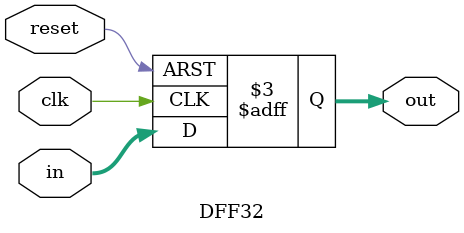
<source format=v>
`timescale 1ns / 1ps

module DFF32(
    input clk,
    input reset,
    input [31:0] in,
    output reg [31:0] out
    );
    
    always @(posedge clk or negedge reset) begin
        if(reset == 0) out <= 32'b0;
        else out <= in;
    end
    
endmodule

</source>
